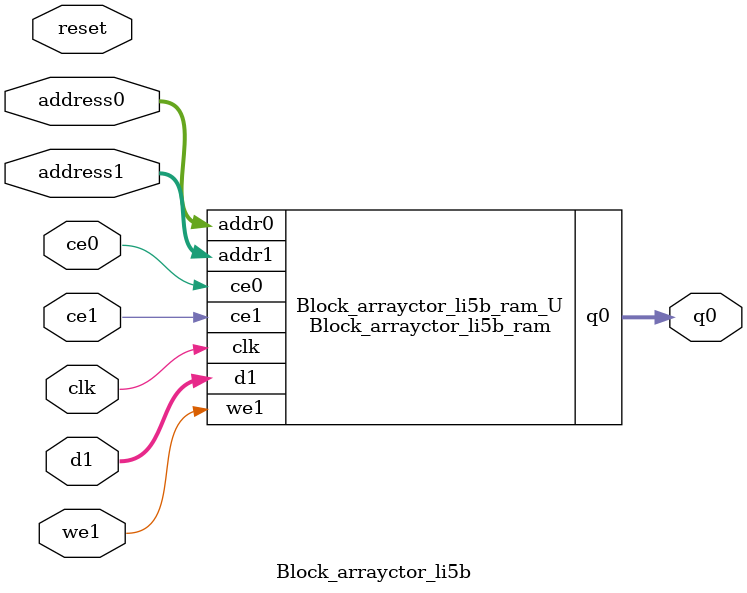
<source format=v>
`timescale 1 ns / 1 ps
module Block_arrayctor_li5b_ram (addr0, ce0, q0, addr1, ce1, d1, we1,  clk);

parameter DWIDTH = 5;
parameter AWIDTH = 12;
parameter MEM_SIZE = 2624;

input[AWIDTH-1:0] addr0;
input ce0;
output reg[DWIDTH-1:0] q0;
input[AWIDTH-1:0] addr1;
input ce1;
input[DWIDTH-1:0] d1;
input we1;
input clk;

(* ram_style = "block" *)reg [DWIDTH-1:0] ram[0:MEM_SIZE-1];




always @(posedge clk)  
begin 
    if (ce0) begin
        q0 <= ram[addr0];
    end
end


always @(posedge clk)  
begin 
    if (ce1) begin
        if (we1) 
            ram[addr1] <= d1; 
    end
end


endmodule

`timescale 1 ns / 1 ps
module Block_arrayctor_li5b(
    reset,
    clk,
    address0,
    ce0,
    q0,
    address1,
    ce1,
    we1,
    d1);

parameter DataWidth = 32'd5;
parameter AddressRange = 32'd2624;
parameter AddressWidth = 32'd12;
input reset;
input clk;
input[AddressWidth - 1:0] address0;
input ce0;
output[DataWidth - 1:0] q0;
input[AddressWidth - 1:0] address1;
input ce1;
input we1;
input[DataWidth - 1:0] d1;



Block_arrayctor_li5b_ram Block_arrayctor_li5b_ram_U(
    .clk( clk ),
    .addr0( address0 ),
    .ce0( ce0 ),
    .q0( q0 ),
    .addr1( address1 ),
    .ce1( ce1 ),
    .we1( we1 ),
    .d1( d1 ));

endmodule


</source>
